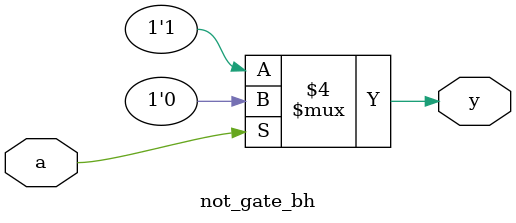
<source format=v>

module not_gate_bh(input a,output reg y); // define module to test run
	always @ (*) begin
	if ( !a)
		y=1;
	else
		y=0;
	end
endmodule

</source>
